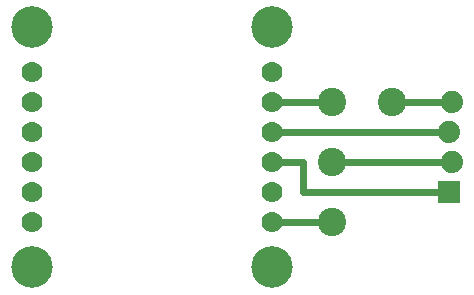
<source format=gbl>
G04 MADE WITH FRITZING*
G04 WWW.FRITZING.ORG*
G04 DOUBLE SIDED*
G04 HOLES PLATED*
G04 CONTOUR ON CENTER OF CONTOUR VECTOR*
%ASAXBY*%
%FSLAX23Y23*%
%MOIN*%
%OFA0B0*%
%SFA1.0B1.0*%
%ADD10C,0.138425*%
%ADD11C,0.070000*%
%ADD12C,0.074000*%
%ADD13C,0.094488*%
%ADD14C,0.024000*%
%ADD15R,0.001000X0.001000*%
%LNCOPPER0*%
G90*
G70*
G54D10*
X1300Y151D03*
X500Y151D03*
G54D11*
X1300Y301D03*
X1300Y401D03*
X1300Y501D03*
X1300Y601D03*
X1300Y701D03*
X1300Y801D03*
X500Y301D03*
X500Y401D03*
X500Y501D03*
G54D10*
X1300Y951D03*
G54D11*
X500Y601D03*
G54D10*
X500Y951D03*
G54D11*
X500Y701D03*
X500Y801D03*
G54D12*
X1890Y401D03*
X1900Y501D03*
X1890Y601D03*
X1900Y701D03*
G54D13*
X1700Y701D03*
X1500Y701D03*
X1500Y301D03*
X1500Y501D03*
G54D14*
X1474Y301D02*
X1331Y301D01*
D02*
X1331Y601D02*
X1859Y601D01*
D02*
X1527Y501D02*
X1869Y501D01*
D02*
X1331Y701D02*
X1474Y701D01*
D02*
X1402Y501D02*
X1402Y402D01*
D02*
X1402Y402D02*
X1859Y401D01*
D02*
X1331Y501D02*
X1402Y501D01*
D02*
X1727Y701D02*
X1869Y701D01*
G54D15*
X1853Y439D02*
X1926Y439D01*
X1853Y438D02*
X1926Y438D01*
X1853Y437D02*
X1926Y437D01*
X1853Y436D02*
X1926Y436D01*
X1853Y435D02*
X1926Y435D01*
X1853Y434D02*
X1926Y434D01*
X1853Y433D02*
X1926Y433D01*
X1853Y432D02*
X1926Y432D01*
X1853Y431D02*
X1926Y431D01*
X1853Y430D02*
X1926Y430D01*
X1853Y429D02*
X1926Y429D01*
X1853Y428D02*
X1926Y428D01*
X1853Y427D02*
X1926Y427D01*
X1853Y426D02*
X1926Y426D01*
X1853Y425D02*
X1926Y425D01*
X1853Y424D02*
X1926Y424D01*
X1853Y423D02*
X1926Y423D01*
X1853Y422D02*
X1886Y422D01*
X1894Y422D02*
X1926Y422D01*
X1853Y421D02*
X1882Y421D01*
X1897Y421D02*
X1926Y421D01*
X1853Y420D02*
X1880Y420D01*
X1899Y420D02*
X1926Y420D01*
X1853Y419D02*
X1878Y419D01*
X1901Y419D02*
X1926Y419D01*
X1853Y418D02*
X1877Y418D01*
X1902Y418D02*
X1926Y418D01*
X1853Y417D02*
X1876Y417D01*
X1904Y417D02*
X1926Y417D01*
X1853Y416D02*
X1875Y416D01*
X1905Y416D02*
X1926Y416D01*
X1853Y415D02*
X1874Y415D01*
X1906Y415D02*
X1926Y415D01*
X1853Y414D02*
X1873Y414D01*
X1906Y414D02*
X1926Y414D01*
X1853Y413D02*
X1872Y413D01*
X1907Y413D02*
X1926Y413D01*
X1853Y412D02*
X1872Y412D01*
X1908Y412D02*
X1926Y412D01*
X1853Y411D02*
X1871Y411D01*
X1908Y411D02*
X1926Y411D01*
X1853Y410D02*
X1871Y410D01*
X1909Y410D02*
X1926Y410D01*
X1853Y409D02*
X1870Y409D01*
X1909Y409D02*
X1926Y409D01*
X1853Y408D02*
X1870Y408D01*
X1909Y408D02*
X1926Y408D01*
X1853Y407D02*
X1870Y407D01*
X1910Y407D02*
X1926Y407D01*
X1853Y406D02*
X1870Y406D01*
X1910Y406D02*
X1926Y406D01*
X1853Y405D02*
X1869Y405D01*
X1910Y405D02*
X1926Y405D01*
X1853Y404D02*
X1869Y404D01*
X1910Y404D02*
X1926Y404D01*
X1853Y403D02*
X1869Y403D01*
X1910Y403D02*
X1926Y403D01*
X1853Y402D02*
X1869Y402D01*
X1910Y402D02*
X1926Y402D01*
X1853Y401D02*
X1869Y401D01*
X1910Y401D02*
X1926Y401D01*
X1853Y400D02*
X1869Y400D01*
X1910Y400D02*
X1926Y400D01*
X1853Y399D02*
X1870Y399D01*
X1910Y399D02*
X1926Y399D01*
X1853Y398D02*
X1870Y398D01*
X1910Y398D02*
X1926Y398D01*
X1853Y397D02*
X1870Y397D01*
X1909Y397D02*
X1926Y397D01*
X1853Y396D02*
X1870Y396D01*
X1909Y396D02*
X1926Y396D01*
X1853Y395D02*
X1871Y395D01*
X1909Y395D02*
X1926Y395D01*
X1853Y394D02*
X1871Y394D01*
X1908Y394D02*
X1926Y394D01*
X1853Y393D02*
X1872Y393D01*
X1908Y393D02*
X1926Y393D01*
X1853Y392D02*
X1872Y392D01*
X1907Y392D02*
X1926Y392D01*
X1853Y391D02*
X1873Y391D01*
X1907Y391D02*
X1926Y391D01*
X1853Y390D02*
X1874Y390D01*
X1906Y390D02*
X1926Y390D01*
X1853Y389D02*
X1874Y389D01*
X1905Y389D02*
X1926Y389D01*
X1853Y388D02*
X1875Y388D01*
X1904Y388D02*
X1926Y388D01*
X1853Y387D02*
X1877Y387D01*
X1903Y387D02*
X1926Y387D01*
X1853Y386D02*
X1878Y386D01*
X1902Y386D02*
X1926Y386D01*
X1853Y385D02*
X1879Y385D01*
X1900Y385D02*
X1926Y385D01*
X1853Y384D02*
X1881Y384D01*
X1898Y384D02*
X1926Y384D01*
X1853Y383D02*
X1885Y383D01*
X1895Y383D02*
X1926Y383D01*
X1853Y382D02*
X1926Y382D01*
X1853Y381D02*
X1926Y381D01*
X1853Y380D02*
X1926Y380D01*
X1853Y379D02*
X1926Y379D01*
X1853Y378D02*
X1926Y378D01*
X1853Y377D02*
X1926Y377D01*
X1853Y376D02*
X1926Y376D01*
X1853Y375D02*
X1926Y375D01*
X1853Y374D02*
X1926Y374D01*
X1853Y373D02*
X1926Y373D01*
X1853Y372D02*
X1926Y372D01*
X1853Y371D02*
X1926Y371D01*
X1853Y370D02*
X1926Y370D01*
X1853Y369D02*
X1926Y369D01*
X1853Y368D02*
X1926Y368D01*
X1853Y367D02*
X1926Y367D01*
X1853Y366D02*
X1926Y366D01*
D02*
G04 End of Copper0*
M02*
</source>
